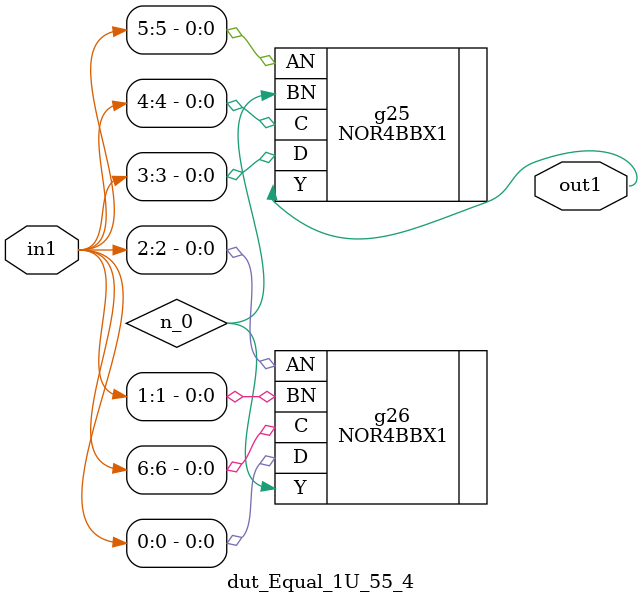
<source format=v>
`timescale 1ps / 1ps


module dut_Equal_1U_55_4(in1, out1);
  input [6:0] in1;
  output out1;
  wire [6:0] in1;
  wire out1;
  wire n_0;
  NOR4BBX1 g25(.AN (in1[5]), .BN (n_0), .C (in1[4]), .D (in1[3]), .Y
       (out1));
  NOR4BBX1 g26(.AN (in1[2]), .BN (in1[1]), .C (in1[6]), .D (in1[0]), .Y
       (n_0));
endmodule



</source>
